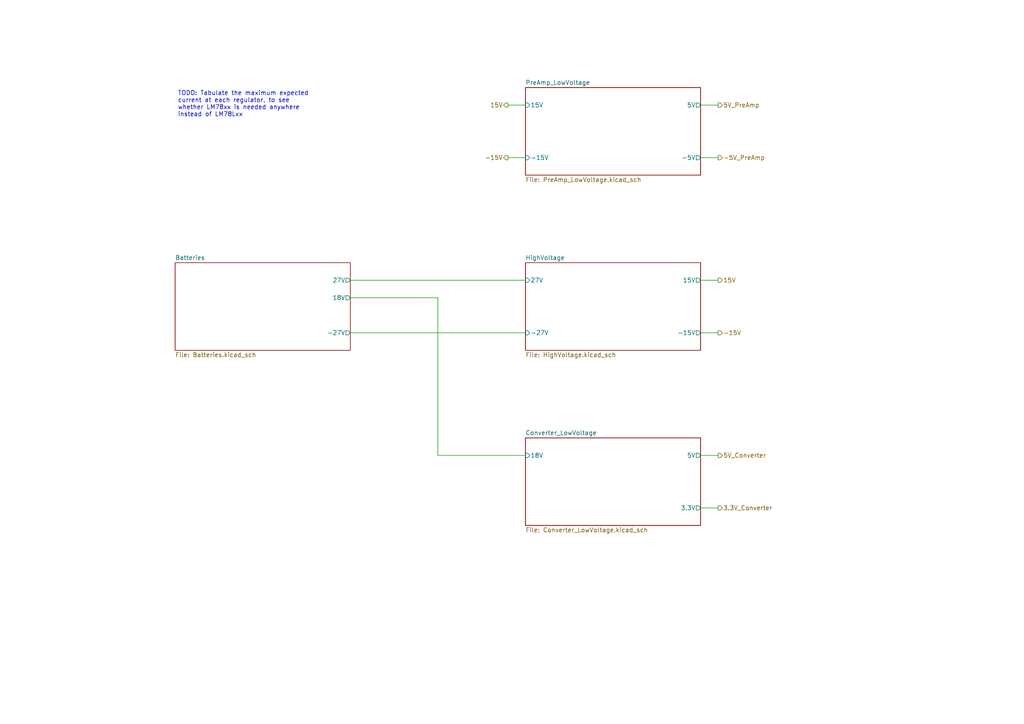
<source format=kicad_sch>
(kicad_sch
	(version 20250114)
	(generator "eeschema")
	(generator_version "9.0")
	(uuid "3332466e-b586-4a91-a873-f3ba023b3c0f")
	(paper "A4")
	(lib_symbols)
	(text "TODO: Tabulate the maximum expected\ncurrent at each regulator, to see\nwhether LM78xx is needed anywhere\ninstead of LM78Lxx"
		(exclude_from_sim no)
		(at 51.562 30.226 0)
		(effects
			(font
				(size 1.27 1.27)
			)
			(justify left)
		)
		(uuid "3b6add30-5798-4ba0-8543-479c4eb4521e")
	)
	(wire
		(pts
			(xy 147.32 30.48) (xy 152.4 30.48)
		)
		(stroke
			(width 0)
			(type default)
		)
		(uuid "05de9147-4bbe-48dd-899c-0277d60baf56")
	)
	(wire
		(pts
			(xy 101.6 86.36) (xy 127 86.36)
		)
		(stroke
			(width 0)
			(type default)
		)
		(uuid "1e899856-a316-447e-b418-45fe4121b5c8")
	)
	(wire
		(pts
			(xy 203.2 147.32) (xy 208.28 147.32)
		)
		(stroke
			(width 0)
			(type default)
		)
		(uuid "221bbfba-3d86-4f2b-98f2-b11aa16a0ab6")
	)
	(wire
		(pts
			(xy 203.2 45.72) (xy 208.28 45.72)
		)
		(stroke
			(width 0)
			(type default)
		)
		(uuid "22ac883e-f02a-422f-9a17-fcf2f304f283")
	)
	(wire
		(pts
			(xy 203.2 30.48) (xy 208.28 30.48)
		)
		(stroke
			(width 0)
			(type default)
		)
		(uuid "3ef50797-3749-4916-9714-6ce7046a6b8f")
	)
	(wire
		(pts
			(xy 127 86.36) (xy 127 132.08)
		)
		(stroke
			(width 0)
			(type default)
		)
		(uuid "7b40b555-194a-4912-82b8-213a3b018969")
	)
	(wire
		(pts
			(xy 101.6 81.28) (xy 152.4 81.28)
		)
		(stroke
			(width 0)
			(type default)
		)
		(uuid "7d12a3e6-bf41-4483-acb3-e2b17cd0d4d7")
	)
	(wire
		(pts
			(xy 203.2 81.28) (xy 208.28 81.28)
		)
		(stroke
			(width 0)
			(type default)
		)
		(uuid "85403203-a732-4c73-9917-eb81a651b1f2")
	)
	(wire
		(pts
			(xy 147.32 45.72) (xy 152.4 45.72)
		)
		(stroke
			(width 0)
			(type default)
		)
		(uuid "a4bd060a-06dc-4dc3-b8dd-9b85168022be")
	)
	(wire
		(pts
			(xy 127 132.08) (xy 152.4 132.08)
		)
		(stroke
			(width 0)
			(type default)
		)
		(uuid "cf6b71b9-74bd-4a61-ba7d-3fb4f282858c")
	)
	(wire
		(pts
			(xy 203.2 96.52) (xy 208.28 96.52)
		)
		(stroke
			(width 0)
			(type default)
		)
		(uuid "dc6ea481-16b8-49ef-a1f1-6f60247143cc")
	)
	(wire
		(pts
			(xy 101.6 96.52) (xy 152.4 96.52)
		)
		(stroke
			(width 0)
			(type default)
		)
		(uuid "f8125b8a-6e5d-4222-9959-d01b097e1fa4")
	)
	(wire
		(pts
			(xy 203.2 132.08) (xy 208.28 132.08)
		)
		(stroke
			(width 0)
			(type default)
		)
		(uuid "fc211b1b-9200-444c-9d71-166d90eb8efb")
	)
	(hierarchical_label "-15V"
		(shape output)
		(at 147.32 45.72 180)
		(effects
			(font
				(size 1.27 1.27)
			)
			(justify right)
		)
		(uuid "06f1627e-7997-4941-927a-3f5924b2c004")
	)
	(hierarchical_label "5V_Converter"
		(shape output)
		(at 208.28 132.08 0)
		(effects
			(font
				(size 1.27 1.27)
			)
			(justify left)
		)
		(uuid "19b31c08-1079-4095-98e0-1ffa83c1ea7e")
	)
	(hierarchical_label "5V_PreAmp"
		(shape output)
		(at 208.28 30.48 0)
		(effects
			(font
				(size 1.27 1.27)
			)
			(justify left)
		)
		(uuid "3ef41eba-2bc8-4fe8-a759-ab6d0de76532")
	)
	(hierarchical_label "-15V"
		(shape output)
		(at 208.28 96.52 0)
		(effects
			(font
				(size 1.27 1.27)
			)
			(justify left)
		)
		(uuid "5a5e9198-0afe-432f-b098-59e16b9bd0ed")
	)
	(hierarchical_label "3.3V_Converter"
		(shape output)
		(at 208.28 147.32 0)
		(effects
			(font
				(size 1.27 1.27)
			)
			(justify left)
		)
		(uuid "6db3ec6b-6af1-489c-a884-870ba1688d61")
	)
	(hierarchical_label "15V"
		(shape output)
		(at 147.32 30.48 180)
		(effects
			(font
				(size 1.27 1.27)
			)
			(justify right)
		)
		(uuid "8badbeab-e193-4451-be4e-e86e0f60ad89")
	)
	(hierarchical_label "15V"
		(shape output)
		(at 208.28 81.28 0)
		(effects
			(font
				(size 1.27 1.27)
			)
			(justify left)
		)
		(uuid "911bd571-4efc-47cb-9b5c-edb0a6d7ca20")
	)
	(hierarchical_label "-5V_PreAmp"
		(shape output)
		(at 208.28 45.72 0)
		(effects
			(font
				(size 1.27 1.27)
			)
			(justify left)
		)
		(uuid "a8ba4b1f-13bd-41c0-a47a-1a78d2cd28af")
	)
	(sheet
		(at 152.4 25.4)
		(size 50.8 25.4)
		(exclude_from_sim no)
		(in_bom yes)
		(on_board yes)
		(dnp no)
		(fields_autoplaced yes)
		(stroke
			(width 0.1524)
			(type solid)
		)
		(fill
			(color 0 0 0 0.0000)
		)
		(uuid "1337611b-521e-41f6-8f90-6ccd39eab2ab")
		(property "Sheetname" "PreAmp_LowVoltage"
			(at 152.4 24.6884 0)
			(effects
				(font
					(size 1.27 1.27)
				)
				(justify left bottom)
			)
		)
		(property "Sheetfile" "PreAmp_LowVoltage.kicad_sch"
			(at 152.4 51.3846 0)
			(effects
				(font
					(size 1.27 1.27)
				)
				(justify left top)
			)
		)
		(pin "-5V" output
			(at 203.2 45.72 0)
			(uuid "6fb6f7c0-0e38-4c5e-9e8f-f1f887f1fc9c")
			(effects
				(font
					(size 1.27 1.27)
				)
				(justify right)
			)
		)
		(pin "-15V" input
			(at 152.4 45.72 180)
			(uuid "46349a3c-f573-45cc-ac74-4ed6b040735d")
			(effects
				(font
					(size 1.27 1.27)
				)
				(justify left)
			)
		)
		(pin "5V" output
			(at 203.2 30.48 0)
			(uuid "8705b7f8-a6a4-4979-b24c-fe50f95c0832")
			(effects
				(font
					(size 1.27 1.27)
				)
				(justify right)
			)
		)
		(pin "15V" input
			(at 152.4 30.48 180)
			(uuid "24cf1292-00dc-47bf-b348-96208a9a8d4a")
			(effects
				(font
					(size 1.27 1.27)
				)
				(justify left)
			)
		)
		(instances
			(project "TransimpedanceAmplifier"
				(path "/ec9f2ae3-e40d-40eb-9760-2b611ee8efd1/68e8bf39-bd36-49ed-a85c-9ce753018063"
					(page "11")
				)
			)
		)
	)
	(sheet
		(at 152.4 127)
		(size 50.8 25.4)
		(exclude_from_sim no)
		(in_bom yes)
		(on_board yes)
		(dnp no)
		(fields_autoplaced yes)
		(stroke
			(width 0.1524)
			(type solid)
		)
		(fill
			(color 0 0 0 0.0000)
		)
		(uuid "1d52c1f9-c36f-44d3-8e04-a84f233fb023")
		(property "Sheetname" "Converter_LowVoltage"
			(at 152.4 126.2884 0)
			(effects
				(font
					(size 1.27 1.27)
				)
				(justify left bottom)
			)
		)
		(property "Sheetfile" "Converter_LowVoltage.kicad_sch"
			(at 152.4 152.9846 0)
			(effects
				(font
					(size 1.27 1.27)
				)
				(justify left top)
			)
		)
		(pin "3.3V" output
			(at 203.2 147.32 0)
			(uuid "f646d604-707f-4856-a7c0-ffea3e17fb9c")
			(effects
				(font
					(size 1.27 1.27)
				)
				(justify right)
			)
		)
		(pin "5V" output
			(at 203.2 132.08 0)
			(uuid "e68fa43c-bb81-4b9a-a8b9-378c597decbe")
			(effects
				(font
					(size 1.27 1.27)
				)
				(justify right)
			)
		)
		(pin "18V" input
			(at 152.4 132.08 180)
			(uuid "7ca51892-8764-4f73-8930-a8e7d5ac18ad")
			(effects
				(font
					(size 1.27 1.27)
				)
				(justify left)
			)
		)
		(instances
			(project "TransimpedanceAmplifier"
				(path "/ec9f2ae3-e40d-40eb-9760-2b611ee8efd1/68e8bf39-bd36-49ed-a85c-9ce753018063"
					(page "13")
				)
			)
		)
	)
	(sheet
		(at 152.4 76.2)
		(size 50.8 25.4)
		(exclude_from_sim no)
		(in_bom yes)
		(on_board yes)
		(dnp no)
		(fields_autoplaced yes)
		(stroke
			(width 0.1524)
			(type solid)
		)
		(fill
			(color 0 0 0 0.0000)
		)
		(uuid "79f44061-ff24-463c-a518-31179173364f")
		(property "Sheetname" "HighVoltage"
			(at 152.4 75.4884 0)
			(effects
				(font
					(size 1.27 1.27)
				)
				(justify left bottom)
			)
		)
		(property "Sheetfile" "HighVoltage.kicad_sch"
			(at 152.4 102.1846 0)
			(effects
				(font
					(size 1.27 1.27)
				)
				(justify left top)
			)
		)
		(pin "-15V" output
			(at 203.2 96.52 0)
			(uuid "2c923eff-29bf-457a-9ad4-04819ecf0ccc")
			(effects
				(font
					(size 1.27 1.27)
				)
				(justify right)
			)
		)
		(pin "-27V" input
			(at 152.4 96.52 180)
			(uuid "bbfd0a0d-8f65-43db-aac9-636940eb1443")
			(effects
				(font
					(size 1.27 1.27)
				)
				(justify left)
			)
		)
		(pin "15V" output
			(at 203.2 81.28 0)
			(uuid "bef8c40d-2ba7-4120-add7-f79a73205698")
			(effects
				(font
					(size 1.27 1.27)
				)
				(justify right)
			)
		)
		(pin "27V" input
			(at 152.4 81.28 180)
			(uuid "70adea95-48ad-4079-9343-c5cd6c23e0c6")
			(effects
				(font
					(size 1.27 1.27)
				)
				(justify left)
			)
		)
		(instances
			(project "TransimpedanceAmplifier"
				(path "/ec9f2ae3-e40d-40eb-9760-2b611ee8efd1/68e8bf39-bd36-49ed-a85c-9ce753018063"
					(page "12")
				)
			)
		)
	)
	(sheet
		(at 50.8 76.2)
		(size 50.8 25.4)
		(exclude_from_sim no)
		(in_bom yes)
		(on_board yes)
		(dnp no)
		(fields_autoplaced yes)
		(stroke
			(width 0.1524)
			(type solid)
		)
		(fill
			(color 0 0 0 0.0000)
		)
		(uuid "c9cd3b70-0193-478b-9c9b-cf8238587205")
		(property "Sheetname" "Batteries"
			(at 50.8 75.4884 0)
			(effects
				(font
					(size 1.27 1.27)
				)
				(justify left bottom)
			)
		)
		(property "Sheetfile" "Batteries.kicad_sch"
			(at 50.8 102.1846 0)
			(effects
				(font
					(size 1.27 1.27)
				)
				(justify left top)
			)
		)
		(pin "-27V" output
			(at 101.6 96.52 0)
			(uuid "480a7f42-4be3-4af5-a2f7-dee202337d7d")
			(effects
				(font
					(size 1.27 1.27)
				)
				(justify right)
			)
		)
		(pin "18V" output
			(at 101.6 86.36 0)
			(uuid "44599474-745b-407a-af61-7b683968e3d5")
			(effects
				(font
					(size 1.27 1.27)
				)
				(justify right)
			)
		)
		(pin "27V" output
			(at 101.6 81.28 0)
			(uuid "90f209a6-0496-452b-a951-f2d049b0a170")
			(effects
				(font
					(size 1.27 1.27)
				)
				(justify right)
			)
		)
		(instances
			(project "TransimpedanceAmplifier"
				(path "/ec9f2ae3-e40d-40eb-9760-2b611ee8efd1/68e8bf39-bd36-49ed-a85c-9ce753018063"
					(page "14")
				)
			)
		)
	)
)

</source>
